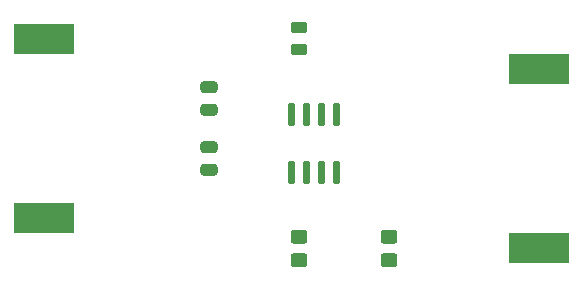
<source format=gbr>
%TF.GenerationSoftware,KiCad,Pcbnew,(5.1.10-1-10_14)*%
%TF.CreationDate,2021-09-30T18:11:30-07:00*%
%TF.ProjectId,JaredTimer,4a617265-6454-4696-9d65-722e6b696361,rev?*%
%TF.SameCoordinates,Original*%
%TF.FileFunction,Paste,Top*%
%TF.FilePolarity,Positive*%
%FSLAX46Y46*%
G04 Gerber Fmt 4.6, Leading zero omitted, Abs format (unit mm)*
G04 Created by KiCad (PCBNEW (5.1.10-1-10_14)) date 2021-09-30 18:11:30*
%MOMM*%
%LPD*%
G01*
G04 APERTURE LIST*
%ADD10R,5.100000X2.500000*%
G04 APERTURE END LIST*
D10*
%TO.C,BT1*%
X104140000Y-87610000D03*
X104140000Y-72410000D03*
%TD*%
%TO.C,BT2*%
X146050000Y-90150000D03*
X146050000Y-74950000D03*
%TD*%
%TO.C,C1*%
G36*
G01*
X118585000Y-78920000D02*
X117635000Y-78920000D01*
G75*
G02*
X117385000Y-78670000I0J250000D01*
G01*
X117385000Y-78170000D01*
G75*
G02*
X117635000Y-77920000I250000J0D01*
G01*
X118585000Y-77920000D01*
G75*
G02*
X118835000Y-78170000I0J-250000D01*
G01*
X118835000Y-78670000D01*
G75*
G02*
X118585000Y-78920000I-250000J0D01*
G01*
G37*
G36*
G01*
X118585000Y-77020000D02*
X117635000Y-77020000D01*
G75*
G02*
X117385000Y-76770000I0J250000D01*
G01*
X117385000Y-76270000D01*
G75*
G02*
X117635000Y-76020000I250000J0D01*
G01*
X118585000Y-76020000D01*
G75*
G02*
X118835000Y-76270000I0J-250000D01*
G01*
X118835000Y-76770000D01*
G75*
G02*
X118585000Y-77020000I-250000J0D01*
G01*
G37*
%TD*%
%TO.C,C2*%
G36*
G01*
X118585000Y-82100000D02*
X117635000Y-82100000D01*
G75*
G02*
X117385000Y-81850000I0J250000D01*
G01*
X117385000Y-81350000D01*
G75*
G02*
X117635000Y-81100000I250000J0D01*
G01*
X118585000Y-81100000D01*
G75*
G02*
X118835000Y-81350000I0J-250000D01*
G01*
X118835000Y-81850000D01*
G75*
G02*
X118585000Y-82100000I-250000J0D01*
G01*
G37*
G36*
G01*
X118585000Y-84000000D02*
X117635000Y-84000000D01*
G75*
G02*
X117385000Y-83750000I0J250000D01*
G01*
X117385000Y-83250000D01*
G75*
G02*
X117635000Y-83000000I250000J0D01*
G01*
X118585000Y-83000000D01*
G75*
G02*
X118835000Y-83250000I0J-250000D01*
G01*
X118835000Y-83750000D01*
G75*
G02*
X118585000Y-84000000I-250000J0D01*
G01*
G37*
%TD*%
%TO.C,D1*%
G36*
G01*
X126186250Y-73815000D02*
X125273750Y-73815000D01*
G75*
G02*
X125030000Y-73571250I0J243750D01*
G01*
X125030000Y-73083750D01*
G75*
G02*
X125273750Y-72840000I243750J0D01*
G01*
X126186250Y-72840000D01*
G75*
G02*
X126430000Y-73083750I0J-243750D01*
G01*
X126430000Y-73571250D01*
G75*
G02*
X126186250Y-73815000I-243750J0D01*
G01*
G37*
G36*
G01*
X126186250Y-71940000D02*
X125273750Y-71940000D01*
G75*
G02*
X125030000Y-71696250I0J243750D01*
G01*
X125030000Y-71208750D01*
G75*
G02*
X125273750Y-70965000I243750J0D01*
G01*
X126186250Y-70965000D01*
G75*
G02*
X126430000Y-71208750I0J-243750D01*
G01*
X126430000Y-71696250D01*
G75*
G02*
X126186250Y-71940000I-243750J0D01*
G01*
G37*
%TD*%
%TO.C,R1*%
G36*
G01*
X133800001Y-89770000D02*
X132899999Y-89770000D01*
G75*
G02*
X132650000Y-89520001I0J249999D01*
G01*
X132650000Y-88819999D01*
G75*
G02*
X132899999Y-88570000I249999J0D01*
G01*
X133800001Y-88570000D01*
G75*
G02*
X134050000Y-88819999I0J-249999D01*
G01*
X134050000Y-89520001D01*
G75*
G02*
X133800001Y-89770000I-249999J0D01*
G01*
G37*
G36*
G01*
X133800001Y-91770000D02*
X132899999Y-91770000D01*
G75*
G02*
X132650000Y-91520001I0J249999D01*
G01*
X132650000Y-90819999D01*
G75*
G02*
X132899999Y-90570000I249999J0D01*
G01*
X133800001Y-90570000D01*
G75*
G02*
X134050000Y-90819999I0J-249999D01*
G01*
X134050000Y-91520001D01*
G75*
G02*
X133800001Y-91770000I-249999J0D01*
G01*
G37*
%TD*%
%TO.C,R2*%
G36*
G01*
X126180001Y-91770000D02*
X125279999Y-91770000D01*
G75*
G02*
X125030000Y-91520001I0J249999D01*
G01*
X125030000Y-90819999D01*
G75*
G02*
X125279999Y-90570000I249999J0D01*
G01*
X126180001Y-90570000D01*
G75*
G02*
X126430000Y-90819999I0J-249999D01*
G01*
X126430000Y-91520001D01*
G75*
G02*
X126180001Y-91770000I-249999J0D01*
G01*
G37*
G36*
G01*
X126180001Y-89770000D02*
X125279999Y-89770000D01*
G75*
G02*
X125030000Y-89520001I0J249999D01*
G01*
X125030000Y-88819999D01*
G75*
G02*
X125279999Y-88570000I249999J0D01*
G01*
X126180001Y-88570000D01*
G75*
G02*
X126430000Y-88819999I0J-249999D01*
G01*
X126430000Y-89520001D01*
G75*
G02*
X126180001Y-89770000I-249999J0D01*
G01*
G37*
%TD*%
%TO.C,U1*%
G36*
G01*
X125245000Y-84730000D02*
X124945000Y-84730000D01*
G75*
G02*
X124795000Y-84580000I0J150000D01*
G01*
X124795000Y-82930000D01*
G75*
G02*
X124945000Y-82780000I150000J0D01*
G01*
X125245000Y-82780000D01*
G75*
G02*
X125395000Y-82930000I0J-150000D01*
G01*
X125395000Y-84580000D01*
G75*
G02*
X125245000Y-84730000I-150000J0D01*
G01*
G37*
G36*
G01*
X126515000Y-84730000D02*
X126215000Y-84730000D01*
G75*
G02*
X126065000Y-84580000I0J150000D01*
G01*
X126065000Y-82930000D01*
G75*
G02*
X126215000Y-82780000I150000J0D01*
G01*
X126515000Y-82780000D01*
G75*
G02*
X126665000Y-82930000I0J-150000D01*
G01*
X126665000Y-84580000D01*
G75*
G02*
X126515000Y-84730000I-150000J0D01*
G01*
G37*
G36*
G01*
X127785000Y-84730000D02*
X127485000Y-84730000D01*
G75*
G02*
X127335000Y-84580000I0J150000D01*
G01*
X127335000Y-82930000D01*
G75*
G02*
X127485000Y-82780000I150000J0D01*
G01*
X127785000Y-82780000D01*
G75*
G02*
X127935000Y-82930000I0J-150000D01*
G01*
X127935000Y-84580000D01*
G75*
G02*
X127785000Y-84730000I-150000J0D01*
G01*
G37*
G36*
G01*
X129055000Y-84730000D02*
X128755000Y-84730000D01*
G75*
G02*
X128605000Y-84580000I0J150000D01*
G01*
X128605000Y-82930000D01*
G75*
G02*
X128755000Y-82780000I150000J0D01*
G01*
X129055000Y-82780000D01*
G75*
G02*
X129205000Y-82930000I0J-150000D01*
G01*
X129205000Y-84580000D01*
G75*
G02*
X129055000Y-84730000I-150000J0D01*
G01*
G37*
G36*
G01*
X129055000Y-79780000D02*
X128755000Y-79780000D01*
G75*
G02*
X128605000Y-79630000I0J150000D01*
G01*
X128605000Y-77980000D01*
G75*
G02*
X128755000Y-77830000I150000J0D01*
G01*
X129055000Y-77830000D01*
G75*
G02*
X129205000Y-77980000I0J-150000D01*
G01*
X129205000Y-79630000D01*
G75*
G02*
X129055000Y-79780000I-150000J0D01*
G01*
G37*
G36*
G01*
X127785000Y-79780000D02*
X127485000Y-79780000D01*
G75*
G02*
X127335000Y-79630000I0J150000D01*
G01*
X127335000Y-77980000D01*
G75*
G02*
X127485000Y-77830000I150000J0D01*
G01*
X127785000Y-77830000D01*
G75*
G02*
X127935000Y-77980000I0J-150000D01*
G01*
X127935000Y-79630000D01*
G75*
G02*
X127785000Y-79780000I-150000J0D01*
G01*
G37*
G36*
G01*
X126515000Y-79780000D02*
X126215000Y-79780000D01*
G75*
G02*
X126065000Y-79630000I0J150000D01*
G01*
X126065000Y-77980000D01*
G75*
G02*
X126215000Y-77830000I150000J0D01*
G01*
X126515000Y-77830000D01*
G75*
G02*
X126665000Y-77980000I0J-150000D01*
G01*
X126665000Y-79630000D01*
G75*
G02*
X126515000Y-79780000I-150000J0D01*
G01*
G37*
G36*
G01*
X125245000Y-79780000D02*
X124945000Y-79780000D01*
G75*
G02*
X124795000Y-79630000I0J150000D01*
G01*
X124795000Y-77980000D01*
G75*
G02*
X124945000Y-77830000I150000J0D01*
G01*
X125245000Y-77830000D01*
G75*
G02*
X125395000Y-77980000I0J-150000D01*
G01*
X125395000Y-79630000D01*
G75*
G02*
X125245000Y-79780000I-150000J0D01*
G01*
G37*
%TD*%
M02*

</source>
